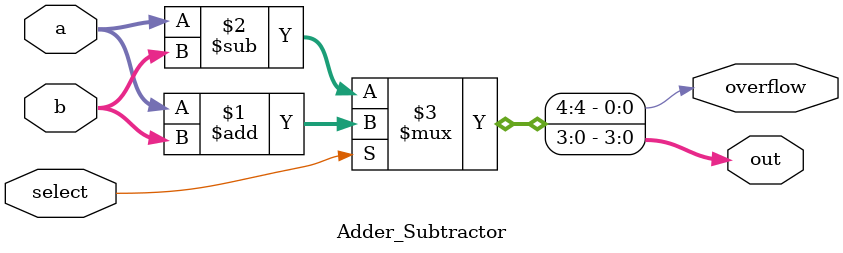
<source format=v>
module Adder_Subtractor(a, b, select, out, overflow);

input  [3:0] a, b;
input        select;
output [3:0] out;
output       overflow;

assign {overflow, out} = select ? a+b : (a - b);



endmodule 
</source>
